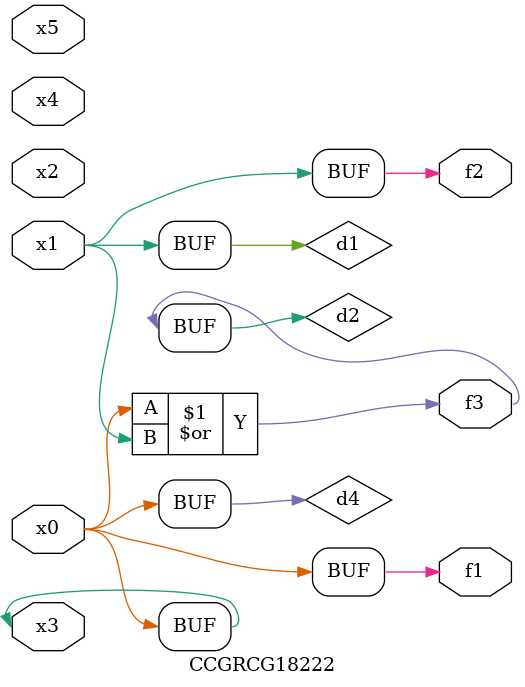
<source format=v>
module CCGRCG18222(
	input x0, x1, x2, x3, x4, x5,
	output f1, f2, f3
);

	wire d1, d2, d3, d4;

	and (d1, x1);
	or (d2, x0, x1);
	nand (d3, x0, x5);
	buf (d4, x0, x3);
	assign f1 = d4;
	assign f2 = d1;
	assign f3 = d2;
endmodule

</source>
